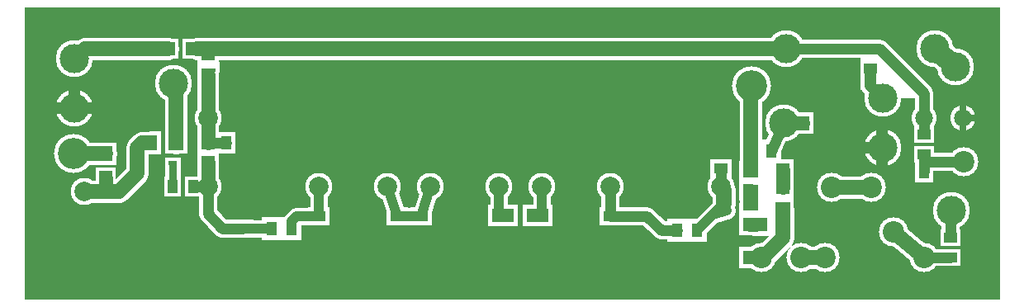
<source format=gbr>
%FSLAX34Y34*%
%MOMM*%
%LNCOPPER_TOP*%
G71*
G01*
%ADD10C,3.800*%
%ADD11C,2.300*%
%ADD12C,4.000*%
%ADD13C,2.200*%
%ADD14R,1.600X2.200*%
%ADD15C,3.000*%
%ADD16C,3.800*%
%ADD17C,2.600*%
%ADD18C,2.800*%
%ADD19C,3.800*%
%ADD20R,2.200X1.900*%
%ADD21R,1.700X2.000*%
%ADD22C,1.600*%
%ADD23C,1.700*%
%ADD24R,1.900X2.200*%
%ADD25C,1.900*%
%ADD26C,1.800*%
%ADD27R,3.100X2.200*%
%ADD28R,2.100X2.400*%
%ADD29R,2.400X2.100*%
%ADD30R,2.000X1.700*%
%ADD31C,2.000*%
%ADD32C,2.900*%
%ADD33C,0.100*%
%ADD34C,0.600*%
%ADD35C,1.500*%
%ADD36R,1.200X0.900*%
%ADD37R,0.800X0.900*%
%ADD38C,3.200*%
%ADD39C,1.400*%
%ADD40R,0.800X1.400*%
%ADD41C,2.200*%
%ADD42C,3.000*%
%ADD43C,1.800*%
%ADD44C,1.200*%
%ADD45C,0.700*%
%ADD46C,2.000*%
%ADD47C,3.000*%
%ADD48R,1.400X1.100*%
%ADD49R,1.100X1.400*%
%ADD50C,0.800*%
%ADD51C,1.100*%
%ADD52C,1.000*%
%ADD53R,2.300X1.400*%
%ADD54R,1.400X0.800*%
%ADD55C,2.100*%
%LPD*%
G36*
X0Y1000000D02*
X1000000Y1000000D01*
X1000000Y700000D01*
X0Y700000D01*
X0Y1000000D01*
G37*
%LPC*%
X51320Y947220D02*
G54D10*
D03*
X51320Y896420D02*
G54D10*
D03*
X152920Y921820D02*
G54D10*
D03*
G54D11*
X51320Y947220D02*
X61971Y957870D01*
X146599Y957826D01*
G54D11*
X177374Y957827D02*
X388000Y957870D01*
X780604Y957504D01*
X50000Y850250D02*
G54D12*
D03*
G54D11*
X83046Y849873D02*
X59395Y849842D01*
X47000Y852120D01*
X47000Y852250D01*
G36*
X83060Y838373D02*
X83031Y861373D01*
X94531Y861388D01*
X94560Y838388D01*
X83060Y838373D01*
G37*
G54D11*
X61000Y811000D02*
X97000Y811000D01*
X115250Y829886D01*
X115250Y856000D01*
X120250Y861000D01*
X128370Y861000D01*
G36*
X128371Y849500D02*
X128370Y872500D01*
X139870Y872501D01*
X139871Y849501D01*
X128371Y849500D01*
G37*
G54D11*
X154920Y921820D02*
X155527Y921212D01*
X155527Y861058D01*
G36*
X144027Y861058D02*
X167027Y861058D01*
X167027Y849558D01*
X144027Y849558D01*
X144027Y861058D01*
G37*
G54D13*
X188505Y861147D02*
X188550Y930204D01*
G36*
X177505Y861154D02*
X199505Y861140D01*
X199498Y850140D01*
X177498Y850154D01*
X177505Y861154D01*
G37*
G36*
X199550Y930197D02*
X177550Y930211D01*
X177557Y941211D01*
X199557Y941197D01*
X199550Y930197D01*
G37*
G54D13*
X188505Y840547D02*
X188453Y815999D01*
G36*
X199505Y840523D02*
X177505Y840570D01*
X177529Y851570D01*
X199529Y851523D01*
X199505Y840523D01*
G37*
X879720Y855680D02*
G54D10*
D03*
X879720Y906480D02*
G54D10*
D03*
X778120Y881080D02*
G54D10*
D03*
X518857Y786300D02*
G54D14*
D03*
X498257Y786300D02*
G54D14*
D03*
X755924Y743296D02*
G54D15*
D03*
X827766Y815138D02*
G54D15*
D03*
X868126Y815175D02*
G54D15*
D03*
X796284Y743333D02*
G54D15*
D03*
X820534Y743333D02*
G54D15*
D03*
X922134Y743333D02*
G54D15*
D03*
G54D13*
X749962Y777289D02*
X743634Y777313D01*
G36*
X749920Y766289D02*
X750003Y788289D01*
X761003Y788248D01*
X760920Y766248D01*
X749920Y766289D01*
G37*
G36*
X743675Y788313D02*
X743592Y766313D01*
X732592Y766355D01*
X732675Y788355D01*
X743675Y788313D01*
G37*
X962825Y841216D02*
G54D15*
D03*
X890983Y769374D02*
G54D15*
D03*
X950250Y791250D02*
G54D16*
D03*
X954500Y939000D02*
G54D16*
D03*
X962250Y886500D02*
G54D17*
D03*
X922250Y886500D02*
G54D17*
D03*
X61000Y811000D02*
G54D18*
D03*
X188453Y885999D02*
G54D18*
D03*
X188453Y815999D02*
G54D18*
D03*
X302000Y816000D02*
G54D18*
D03*
X372000Y816000D02*
G54D18*
D03*
X416453Y815999D02*
G54D18*
D03*
X486453Y815999D02*
G54D18*
D03*
X530453Y815999D02*
G54D18*
D03*
X600453Y815999D02*
G54D18*
D03*
X714453Y815999D02*
G54D18*
D03*
G54D11*
X744766Y810674D02*
X744724Y805510D01*
X744649Y799315D01*
G36*
X756265Y810581D02*
X733266Y810767D01*
X733359Y822266D01*
X756358Y822081D01*
X756265Y810581D01*
G37*
G36*
X733150Y799455D02*
X756148Y799175D01*
X756008Y787676D01*
X733010Y787955D01*
X733150Y799455D01*
G37*
X745473Y919274D02*
G54D12*
D03*
X933004Y957504D02*
G54D19*
D03*
X780604Y957504D02*
G54D19*
D03*
X188505Y861147D02*
G54D20*
D03*
X188505Y840547D02*
G54D20*
D03*
X152205Y816083D02*
G54D21*
D03*
X172805Y816083D02*
G54D21*
D03*
G54D22*
X152000Y838000D02*
X151992Y822935D01*
X152205Y816083D01*
X152205Y815583D01*
G36*
X160000Y837996D02*
X144000Y838004D01*
X144004Y846004D01*
X160004Y845996D01*
X160000Y837996D01*
G37*
G54D23*
X172805Y816083D02*
X188037Y816083D01*
X188453Y816499D01*
X207000Y861100D02*
G54D24*
D03*
G54D25*
X207000Y861100D02*
X188652Y861100D01*
X188505Y861247D01*
X188550Y950804D02*
G54D20*
D03*
X188550Y930204D02*
G54D20*
D03*
X382000Y786000D02*
G54D20*
D03*
X406453Y785999D02*
G54D20*
D03*
G54D26*
X372000Y816000D02*
X382000Y786000D01*
G54D26*
X382000Y786000D02*
X406453Y785999D01*
X416453Y815999D01*
X486453Y785999D02*
G54D20*
D03*
X530453Y785999D02*
G54D20*
D03*
G54D26*
X486453Y815999D02*
X486453Y785999D01*
G54D26*
X530453Y815999D02*
X530453Y785999D01*
G54D26*
X529952Y786000D02*
X521500Y786000D01*
G54D26*
X486054Y786000D02*
X488600Y786000D01*
X490857Y786300D02*
G54D27*
D03*
X526357Y786300D02*
G54D27*
D03*
X302000Y786000D02*
G54D20*
D03*
X273852Y773000D02*
G54D28*
D03*
X253252Y773000D02*
G54D28*
D03*
X223500Y773000D02*
G54D20*
D03*
G54D25*
X223500Y773000D02*
X203000Y773000D01*
X188000Y788000D01*
X188000Y815546D01*
X188453Y815999D01*
G54D26*
X223500Y773000D02*
X253252Y773000D01*
G54D26*
X273852Y780700D02*
X279152Y786000D01*
X302000Y786000D01*
G54D26*
X302000Y786000D02*
X302000Y816000D01*
G54D26*
X273852Y780700D02*
X273852Y773000D01*
X600453Y785999D02*
G54D20*
D03*
X621453Y785999D02*
G54D20*
D03*
X689852Y771000D02*
G54D28*
D03*
X669252Y771000D02*
G54D28*
D03*
X714453Y834999D02*
G54D20*
D03*
G54D25*
X600453Y815999D02*
X600453Y785999D01*
G54D25*
X600453Y785999D02*
X621453Y785999D01*
X638001Y785999D01*
X653000Y771000D01*
X669252Y771000D01*
G54D25*
X714453Y815999D02*
X714453Y834999D01*
G54D26*
X689852Y771000D02*
X690000Y771000D01*
X714453Y795453D01*
X714453Y815999D01*
G54D26*
X720102Y798592D02*
X720102Y812898D01*
X718000Y815000D01*
G54D26*
X720114Y791946D02*
X706000Y787000D01*
G54D11*
X777580Y772059D02*
X777580Y763670D01*
X777560Y792756D01*
G36*
X789080Y772059D02*
X766080Y772059D01*
X766080Y783559D01*
X789080Y783559D01*
X789080Y772059D01*
G37*
G36*
X789060Y792764D02*
X766060Y792749D01*
X766053Y804249D01*
X789053Y804264D01*
X789060Y792764D01*
G37*
X776852Y777300D02*
G54D28*
D03*
X756252Y777300D02*
G54D28*
D03*
X765616Y852774D02*
G54D28*
D03*
X745016Y852774D02*
G54D28*
D03*
X744766Y811674D02*
G54D29*
D03*
X744766Y832274D02*
G54D29*
D03*
G54D11*
X744766Y833274D02*
X744766Y917566D01*
X750223Y923024D01*
G36*
X733266Y833274D02*
X756266Y833274D01*
X756266Y821774D01*
X733266Y821774D01*
X733266Y833274D01*
G37*
G36*
X788120Y892080D02*
X807120Y892080D01*
X807120Y870080D01*
X788120Y870080D01*
X788120Y892080D01*
G37*
G36*
X768102Y844150D02*
X787102Y844150D01*
X787102Y822150D01*
X768102Y822150D01*
X768102Y844150D01*
G37*
X777602Y794800D02*
G54D20*
D03*
X777602Y815400D02*
G54D20*
D03*
G54D13*
X777602Y833150D02*
X777602Y815400D01*
G36*
X788602Y833150D02*
X766602Y833150D01*
X766602Y844150D01*
X788602Y844150D01*
X788602Y833150D01*
G37*
G36*
X766602Y815400D02*
X788602Y815400D01*
X788602Y804400D01*
X766602Y804400D01*
X766602Y815400D01*
G37*
X742373Y743320D02*
G54D24*
D03*
X153544Y889500D02*
G54D24*
D03*
X149599Y957826D02*
G54D21*
D03*
X170199Y957826D02*
G54D21*
D03*
X83046Y847873D02*
G54D30*
D03*
X83046Y827273D02*
G54D30*
D03*
G54D31*
X83046Y824773D02*
X83046Y811023D01*
X83046Y809273D02*
G54D20*
D03*
G54D13*
X797620Y881080D02*
X778120Y881080D01*
G36*
X797620Y870080D02*
X797620Y892080D01*
X808620Y892080D01*
X808620Y870080D01*
X797620Y870080D01*
G37*
X866977Y936900D02*
G54D30*
D03*
X866977Y957500D02*
G54D30*
D03*
G54D11*
X755924Y743296D02*
X757205Y743296D01*
X777580Y763670D01*
G54D11*
X827766Y815138D02*
X868089Y815138D01*
X868126Y815175D01*
G54D11*
X796284Y743333D02*
X821034Y743333D01*
G54D11*
X890983Y769374D02*
X922134Y743333D01*
X949634Y743333D02*
G54D30*
D03*
X949634Y763933D02*
G54D30*
D03*
G54D25*
X949923Y768334D02*
X950250Y791250D01*
G54D23*
X949384Y743333D02*
X922134Y743333D01*
X922500Y848900D02*
G54D30*
D03*
X922500Y869500D02*
G54D30*
D03*
X922464Y831046D02*
G54D24*
D03*
G54D25*
X765616Y852774D02*
X778120Y881080D01*
G54D32*
X933004Y957504D02*
X954500Y939000D01*
G54D25*
X780604Y957504D02*
X876496Y957504D01*
X922500Y911500D01*
X922500Y886750D01*
X922250Y886500D01*
G54D25*
X922372Y872572D02*
X922250Y886500D01*
G54D31*
X879720Y906480D02*
X866977Y919222D01*
X866977Y934150D01*
G54D25*
X922464Y831046D02*
X922500Y831082D01*
X922500Y846635D01*
G54D25*
X962825Y841216D02*
X962825Y841250D01*
X924750Y841250D01*
G36*
X741750Y841000D02*
X788180Y841000D01*
X788180Y777580D01*
X741750Y777580D01*
X741750Y841000D01*
G37*
G54D33*
X741750Y841000D02*
X788180Y841000D01*
X788180Y777580D01*
X741750Y777580D01*
X741750Y841000D01*
G36*
X886750Y915750D02*
X857500Y915750D01*
X857500Y953750D01*
X886750Y953750D01*
X886750Y915750D01*
G37*
G54D33*
X886750Y915750D02*
X857500Y915750D01*
X857500Y953750D01*
X886750Y953750D01*
X886750Y915750D01*
G36*
X880500Y937750D02*
X900500Y937750D01*
X900500Y910000D01*
X880500Y910000D01*
X880500Y937750D01*
G37*
G54D33*
X880500Y937750D02*
X900500Y937750D01*
X900500Y910000D01*
X880500Y910000D01*
X880500Y937750D01*
G36*
X885000Y926500D02*
X917500Y926500D01*
X917500Y907750D01*
X885000Y907750D01*
X885000Y926500D01*
G37*
G54D33*
X885000Y926500D02*
X917500Y926500D01*
X917500Y907750D01*
X885000Y907750D01*
X885000Y926500D01*
G36*
X180500Y943000D02*
X196500Y943000D01*
X196500Y934250D01*
X180500Y934250D01*
X180500Y943000D01*
G37*
G54D34*
X180500Y943000D02*
X196500Y943000D01*
X196500Y934250D01*
X180500Y934250D01*
X180500Y943000D01*
%LPD*%
X51320Y947220D02*
G54D15*
D03*
X51320Y896420D02*
G54D15*
D03*
X152920Y921820D02*
G54D15*
D03*
G54D35*
X51320Y947220D02*
X61971Y957870D01*
X146599Y957826D01*
G54D35*
X177374Y957827D02*
X388000Y957870D01*
X780604Y957504D01*
X134000Y838000D02*
G54D36*
D03*
X152000Y838000D02*
G54D37*
D03*
X152000Y858000D02*
G54D37*
D03*
X132000Y858000D02*
G54D37*
D03*
X50000Y850250D02*
G54D38*
D03*
G54D35*
X83046Y849873D02*
X59395Y849842D01*
X47000Y852120D01*
X47000Y852250D01*
G36*
X83055Y842373D02*
X83036Y857373D01*
X90536Y857383D01*
X90555Y842383D01*
X83055Y842373D01*
G37*
G54D35*
X61000Y811000D02*
X97000Y811000D01*
X115250Y829886D01*
X115250Y856000D01*
X120250Y861000D01*
X128370Y861000D01*
G36*
X128371Y853500D02*
X128370Y868500D01*
X135870Y868500D01*
X135871Y853500D01*
X128371Y853500D01*
G37*
G54D35*
X154920Y921820D02*
X155527Y921212D01*
X155527Y861058D01*
G36*
X148027Y861058D02*
X163027Y861058D01*
X163027Y853558D01*
X148027Y853558D01*
X148027Y861058D01*
G37*
G54D39*
X188505Y861147D02*
X188550Y930204D01*
G36*
X181505Y861151D02*
X195505Y861142D01*
X195501Y854142D01*
X181501Y854151D01*
X181505Y861151D01*
G37*
G36*
X195550Y930199D02*
X181550Y930208D01*
X181554Y937208D01*
X195554Y937199D01*
X195550Y930199D01*
G37*
G54D39*
X188505Y840547D02*
X188453Y815999D01*
G36*
X195505Y840532D02*
X181505Y840562D01*
X181520Y847562D01*
X195520Y847532D01*
X195505Y840532D01*
G37*
X879720Y855680D02*
G54D15*
D03*
X879720Y906480D02*
G54D15*
D03*
X778120Y881080D02*
G54D15*
D03*
X518857Y786300D02*
G54D40*
D03*
X498257Y786300D02*
G54D40*
D03*
X723112Y776321D02*
G54D36*
D03*
X741112Y776321D02*
G54D37*
D03*
G36*
X737112Y800821D02*
X745112Y800821D01*
X745112Y791821D01*
X737112Y791821D01*
X737112Y800821D01*
G37*
X721112Y796321D02*
G54D37*
D03*
X755924Y743296D02*
G54D41*
D03*
X827766Y815138D02*
G54D41*
D03*
X868126Y815175D02*
G54D41*
D03*
X796284Y743333D02*
G54D41*
D03*
X820534Y743333D02*
G54D41*
D03*
X922134Y743333D02*
G54D41*
D03*
G54D39*
X749962Y777289D02*
X743634Y777313D01*
G36*
X749935Y770289D02*
X749988Y784289D01*
X756988Y784263D01*
X756935Y770263D01*
X749935Y770289D01*
G37*
G36*
X743660Y784313D02*
X743607Y770313D01*
X736607Y770340D01*
X736660Y784340D01*
X743660Y784313D01*
G37*
X962825Y841216D02*
G54D41*
D03*
X890983Y769374D02*
G54D41*
D03*
X950250Y791250D02*
G54D42*
D03*
X954500Y939000D02*
G54D42*
D03*
X962250Y886500D02*
G54D43*
D03*
X922250Y886500D02*
G54D43*
D03*
G54D44*
X51320Y896420D02*
X21000Y896420D01*
X21000Y897000D01*
G54D44*
X51320Y896420D02*
X51000Y896420D01*
X51000Y919750D01*
G54D44*
X51320Y896420D02*
X82580Y896420D01*
X83000Y896000D01*
G54D44*
X879500Y856000D02*
X836500Y856000D01*
X835500Y855000D01*
G54D44*
X879500Y880000D02*
X879500Y834750D01*
G54D45*
X962250Y907500D02*
X962250Y861500D01*
G54D45*
X962250Y886500D02*
X981250Y886500D01*
X146000Y776000D02*
G54D15*
D03*
X46000Y776000D02*
G54D15*
D03*
X131000Y741000D02*
G54D46*
D03*
X131000Y811000D02*
G54D46*
D03*
X96000Y741000D02*
G54D46*
D03*
X61000Y811000D02*
G54D46*
D03*
X61000Y741000D02*
G54D46*
D03*
X61000Y811000D02*
G54D46*
D03*
X223453Y900999D02*
G54D15*
D03*
X223453Y800999D02*
G54D15*
D03*
X258453Y885999D02*
G54D46*
D03*
X188453Y885999D02*
G54D46*
D03*
X258453Y850999D02*
G54D46*
D03*
X188453Y815999D02*
G54D46*
D03*
X258453Y815999D02*
G54D46*
D03*
X188453Y885999D02*
G54D46*
D03*
X188453Y815999D02*
G54D46*
D03*
X287000Y851000D02*
G54D15*
D03*
X387000Y851000D02*
G54D15*
D03*
X302000Y886000D02*
G54D46*
D03*
X302000Y816000D02*
G54D46*
D03*
X337000Y886000D02*
G54D46*
D03*
X372000Y816000D02*
G54D46*
D03*
X372000Y886000D02*
G54D46*
D03*
X401453Y850999D02*
G54D15*
D03*
X501453Y850999D02*
G54D15*
D03*
X416453Y885999D02*
G54D46*
D03*
X416453Y815999D02*
G54D46*
D03*
X451454Y885999D02*
G54D46*
D03*
X486453Y815999D02*
G54D46*
D03*
X486453Y885999D02*
G54D46*
D03*
X515453Y850999D02*
G54D15*
D03*
X615453Y850999D02*
G54D15*
D03*
X530453Y885999D02*
G54D46*
D03*
X530453Y815999D02*
G54D46*
D03*
X565453Y885999D02*
G54D46*
D03*
X600453Y815999D02*
G54D46*
D03*
X600453Y885999D02*
G54D46*
D03*
X302000Y816000D02*
G54D46*
D03*
X372000Y816000D02*
G54D46*
D03*
X416453Y815999D02*
G54D46*
D03*
X486453Y815999D02*
G54D46*
D03*
X530453Y815999D02*
G54D46*
D03*
X600453Y815999D02*
G54D46*
D03*
X679453Y800999D02*
G54D15*
D03*
X679454Y900999D02*
G54D15*
D03*
X644453Y815999D02*
G54D46*
D03*
X714453Y815999D02*
G54D46*
D03*
X644453Y850999D02*
G54D46*
D03*
X714453Y885999D02*
G54D46*
D03*
X644453Y885999D02*
G54D46*
D03*
X714453Y815999D02*
G54D46*
D03*
G54D35*
X744766Y810674D02*
X744724Y805510D01*
X744649Y799315D01*
G36*
X752265Y810613D02*
X737266Y810734D01*
X737326Y818234D01*
X752326Y818113D01*
X752265Y810613D01*
G37*
G36*
X737149Y799406D02*
X752148Y799224D01*
X752057Y791724D01*
X737058Y791907D01*
X737149Y799406D01*
G37*
X745473Y919274D02*
G54D38*
D03*
X933004Y957504D02*
G54D47*
D03*
X780604Y957504D02*
G54D47*
D03*
X188505Y861147D02*
G54D48*
D03*
X188505Y840547D02*
G54D48*
D03*
X152205Y816083D02*
G54D49*
D03*
X172805Y816083D02*
G54D49*
D03*
G54D50*
X152000Y838000D02*
X151992Y822935D01*
X152205Y816083D01*
X152205Y815583D01*
G36*
X156000Y837998D02*
X148000Y838002D01*
X148002Y842002D01*
X156002Y841998D01*
X156000Y837998D01*
G37*
G54D51*
X172805Y816083D02*
X188037Y816083D01*
X188453Y816499D01*
X207000Y861100D02*
G54D49*
D03*
X227600Y861100D02*
G54D49*
D03*
G54D51*
X207000Y861100D02*
X188652Y861100D01*
X188505Y861247D01*
X188550Y950804D02*
G54D48*
D03*
X188550Y930204D02*
G54D48*
D03*
X382000Y786000D02*
G54D48*
D03*
X382000Y765400D02*
G54D48*
D03*
X406453Y785999D02*
G54D48*
D03*
X406453Y765399D02*
G54D48*
D03*
G54D52*
X372000Y816000D02*
X382000Y786000D01*
G54D52*
X382000Y786000D02*
X406453Y785999D01*
X416453Y815999D01*
X486453Y785999D02*
G54D48*
D03*
X486453Y765399D02*
G54D48*
D03*
X530453Y785999D02*
G54D48*
D03*
X530453Y765399D02*
G54D48*
D03*
G54D52*
X486453Y815999D02*
X486453Y785999D01*
G54D52*
X530453Y815999D02*
X530453Y785999D01*
G54D52*
X529952Y786000D02*
X521500Y786000D01*
G54D52*
X486054Y786000D02*
X488600Y786000D01*
X490857Y786300D02*
G54D53*
D03*
X526357Y786300D02*
G54D53*
D03*
X302000Y786000D02*
G54D48*
D03*
X302000Y765400D02*
G54D48*
D03*
X273852Y773000D02*
G54D49*
D03*
X253252Y773000D02*
G54D49*
D03*
X223500Y773000D02*
G54D48*
D03*
X223500Y752400D02*
G54D48*
D03*
G54D51*
X223500Y773000D02*
X203000Y773000D01*
X188000Y788000D01*
X188000Y815546D01*
X188453Y815999D01*
G54D52*
X223500Y773000D02*
X253252Y773000D01*
G54D52*
X273852Y780700D02*
X279152Y786000D01*
X302000Y786000D01*
G54D52*
X302000Y786000D02*
X302000Y816000D01*
G54D52*
X273852Y780700D02*
X273852Y773000D01*
X600453Y785999D02*
G54D48*
D03*
X600453Y765399D02*
G54D48*
D03*
X621453Y785999D02*
G54D48*
D03*
X621453Y765399D02*
G54D48*
D03*
X689852Y771000D02*
G54D49*
D03*
X669252Y771000D02*
G54D49*
D03*
X714453Y834999D02*
G54D48*
D03*
X714453Y855599D02*
G54D48*
D03*
G54D51*
X600453Y815999D02*
X600453Y785999D01*
G54D51*
X600453Y785999D02*
X621453Y785999D01*
X638001Y785999D01*
X653000Y771000D01*
X669252Y771000D01*
G54D51*
X714453Y815999D02*
X714453Y834999D01*
G54D52*
X689852Y771000D02*
X690000Y771000D01*
X714453Y795453D01*
X714453Y815999D01*
G54D52*
X720102Y798592D02*
X720102Y812898D01*
X718000Y815000D01*
G54D52*
X720114Y791946D02*
X706000Y787000D01*
G54D35*
X777580Y772059D02*
X777580Y763670D01*
X777560Y792756D01*
G36*
X785080Y772059D02*
X770080Y772059D01*
X770080Y779559D01*
X785080Y779559D01*
X785080Y772059D01*
G37*
G36*
X785060Y792761D02*
X770060Y792751D01*
X770055Y800251D01*
X785055Y800261D01*
X785060Y792761D01*
G37*
X776852Y777300D02*
G54D49*
D03*
X756252Y777300D02*
G54D49*
D03*
X765616Y852774D02*
G54D49*
D03*
X745016Y852774D02*
G54D49*
D03*
X744766Y811674D02*
G54D48*
D03*
X744766Y832274D02*
G54D48*
D03*
G54D35*
X744766Y833274D02*
X744766Y917566D01*
X750223Y923024D01*
G36*
X737266Y833274D02*
X752266Y833274D01*
X752266Y825774D01*
X737266Y825774D01*
X737266Y833274D01*
G37*
G36*
X792120Y888080D02*
X803120Y888080D01*
X803120Y874080D01*
X792120Y874080D01*
X792120Y888080D01*
G37*
G36*
X812720Y888080D02*
X823720Y888080D01*
X823720Y874080D01*
X812720Y874080D01*
X812720Y888080D01*
G37*
G36*
X772102Y840150D02*
X783102Y840150D01*
X783102Y826150D01*
X772102Y826150D01*
X772102Y840150D01*
G37*
G36*
X792702Y840150D02*
X803702Y840150D01*
X803702Y826150D01*
X792702Y826150D01*
X792702Y840150D01*
G37*
X777602Y794800D02*
G54D48*
D03*
X777602Y815400D02*
G54D48*
D03*
G54D39*
X777602Y833150D02*
X777602Y815400D01*
G36*
X784602Y833150D02*
X770602Y833150D01*
X770602Y840150D01*
X784602Y840150D01*
X784602Y833150D01*
G37*
G36*
X770602Y815400D02*
X784602Y815400D01*
X784602Y808400D01*
X770602Y808400D01*
X770602Y815400D01*
G37*
X742373Y743320D02*
G54D49*
D03*
X721772Y743319D02*
G54D49*
D03*
X153544Y889500D02*
G54D49*
D03*
X132944Y889500D02*
G54D49*
D03*
X149599Y957826D02*
G54D49*
D03*
X170199Y957826D02*
G54D49*
D03*
X83046Y847873D02*
G54D48*
D03*
X83046Y827273D02*
G54D48*
D03*
G54D39*
X83046Y824773D02*
X83046Y811023D01*
X83046Y809273D02*
G54D48*
D03*
X83046Y788673D02*
G54D48*
D03*
G54D39*
X797620Y881080D02*
X778120Y881080D01*
G36*
X797620Y874080D02*
X797620Y888080D01*
X804620Y888080D01*
X804620Y874080D01*
X797620Y874080D01*
G37*
X866977Y936900D02*
G54D48*
D03*
X866977Y957500D02*
G54D48*
D03*
G54D35*
X755924Y743296D02*
X757205Y743296D01*
X777580Y763670D01*
G54D35*
X827766Y815138D02*
X868089Y815138D01*
X868126Y815175D01*
G54D35*
X796284Y743333D02*
X821034Y743333D01*
G54D35*
X890983Y769374D02*
X922134Y743333D01*
X949634Y743333D02*
G54D48*
D03*
X949634Y763933D02*
G54D48*
D03*
G54D51*
X949923Y768334D02*
X950250Y791250D01*
G54D51*
X949384Y743333D02*
X922134Y743333D01*
X922500Y848900D02*
G54D48*
D03*
X922500Y869500D02*
G54D48*
D03*
X922464Y831046D02*
G54D49*
D03*
X901864Y831046D02*
G54D49*
D03*
G54D51*
X765616Y852774D02*
X778120Y881080D01*
X847837Y811664D02*
G54D54*
D03*
X847837Y791064D02*
G54D54*
D03*
X847837Y818314D02*
G54D54*
D03*
X847837Y838914D02*
G54D54*
D03*
X808587Y747064D02*
G54D54*
D03*
X808587Y767664D02*
G54D54*
D03*
G36*
X913649Y753777D02*
X907992Y748120D01*
X898093Y758020D01*
X903750Y763676D01*
X913649Y753777D01*
G37*
G36*
X899083Y739210D02*
X893426Y733553D01*
X883526Y743453D01*
X889184Y749110D01*
X899083Y739210D01*
G37*
G54D55*
X933004Y957504D02*
X954500Y939000D01*
G54D51*
X780604Y957504D02*
X876496Y957504D01*
X922500Y911500D01*
X922500Y886750D01*
X922250Y886500D01*
G54D51*
X922372Y872572D02*
X922250Y886500D01*
G54D44*
X879720Y906480D02*
X866977Y919222D01*
X866977Y934150D01*
G54D51*
X922464Y831046D02*
X922500Y831082D01*
X922500Y846635D01*
G54D51*
X962825Y841216D02*
X962825Y841250D01*
X924750Y841250D01*
M02*

</source>
